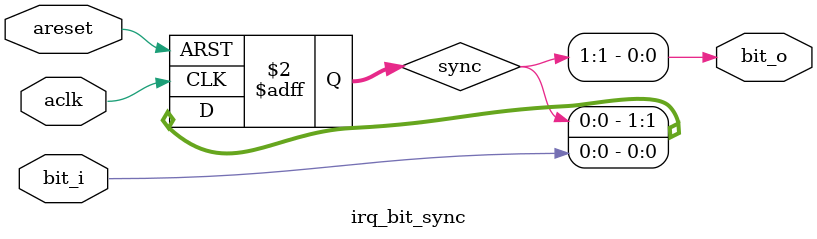
<source format=v>
`timescale 1ns / 1ps


module irq_bit_sync
    #(
        parameter DEFAULT_LEVEL = 0,
        parameter DEPTH = 2
    )(
        // clock & reset
        input  wire                       aclk,
        input  wire                       areset,
        // bit to synch & synched
        input  wire                       bit_i,
        output wire                      bit_o
    );

    reg [DEPTH-1:0] sync;

    generate

    if (DEPTH<=2) begin: DEPTH_EQ_2
        always @ (posedge aclk or posedge areset) begin
            if (areset) sync <= {DEPTH{DEFAULT_LEVEL[0]}};
            else sync <= {sync[0],bit_i};
        end
    end else begin: DEPTH_GT_2
        always @ (posedge aclk or posedge areset) begin

            if (areset) sync <= {DEPTH{DEFAULT_LEVEL[0]}};
            else sync <= {sync[DEPTH-2:0],bit_i};
        end
    end
    endgenerate

    assign bit_o = sync[DEPTH-1];


endmodule

</source>
